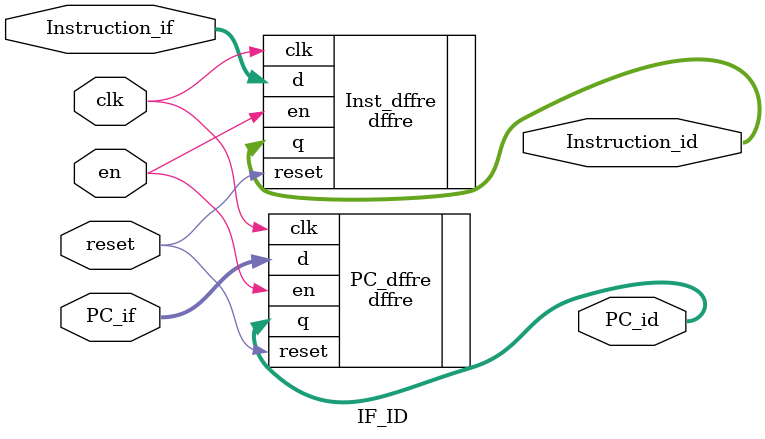
<source format=v>
`timescale 1ns / 1ps


module IF_ID (clk, en, reset, PC_if, Instruction_if, PC_id, Instruction_id);
    input clk, en, reset;
    input[31:0] PC_if, Instruction_if;
    output [31:0] PC_id, Instruction_id;
    
    dffre #(.n(32)) PC_dffre (.d(PC_if),.q(PC_id),.clk(clk),.en(en),.reset(reset));
    dffre #(.n(32)) Inst_dffre (.d(Instruction_if),.q(Instruction_id),.clk(clk),.en(en),.reset(reset));
    
endmodule

</source>
